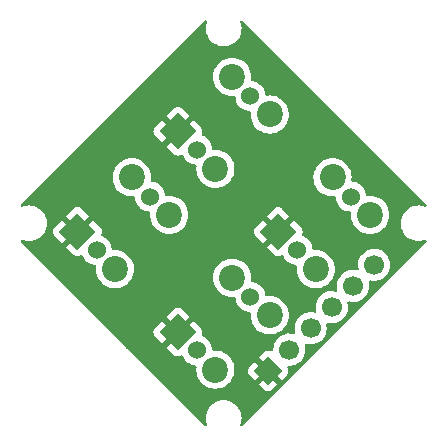
<source format=gbl>
%TF.GenerationSoftware,KiCad,Pcbnew,(6.0.9)*%
%TF.CreationDate,2023-04-13T12:37:24+10:00*%
%TF.ProjectId,Dpadright,44706164-7269-4676-9874-2e6b69636164,rev?*%
%TF.SameCoordinates,PX61094f0PY518a060*%
%TF.FileFunction,Copper,L2,Bot*%
%TF.FilePolarity,Positive*%
%FSLAX46Y46*%
G04 Gerber Fmt 4.6, Leading zero omitted, Abs format (unit mm)*
G04 Created by KiCad (PCBNEW (6.0.9)) date 2023-04-13 12:37:24*
%MOMM*%
%LPD*%
G01*
G04 APERTURE LIST*
G04 Aperture macros list*
%AMHorizOval*
0 Thick line with rounded ends*
0 $1 width*
0 $2 $3 position (X,Y) of the first rounded end (center of the circle)*
0 $4 $5 position (X,Y) of the second rounded end (center of the circle)*
0 Add line between two ends*
20,1,$1,$2,$3,$4,$5,0*
0 Add two circle primitives to create the rounded ends*
1,1,$1,$2,$3*
1,1,$1,$4,$5*%
%AMRotRect*
0 Rectangle, with rotation*
0 The origin of the aperture is its center*
0 $1 length*
0 $2 width*
0 $3 Rotation angle, in degrees counterclockwise*
0 Add horizontal line*
21,1,$1,$2,0,0,$3*%
G04 Aperture macros list end*
%TA.AperFunction,ComponentPad*%
%ADD10RotRect,2.200000X2.200000X45.000000*%
%TD*%
%TA.AperFunction,ComponentPad*%
%ADD11C,2.200000*%
%TD*%
%TA.AperFunction,ComponentPad*%
%ADD12C,1.524000*%
%TD*%
%TA.AperFunction,ComponentPad*%
%ADD13RotRect,1.700000X1.700000X135.000000*%
%TD*%
%TA.AperFunction,ComponentPad*%
%ADD14HorizOval,1.700000X0.000000X0.000000X0.000000X0.000000X0*%
%TD*%
G04 APERTURE END LIST*
D10*
%TO.P,U9,1,1*%
%TO.N,Net-(J4-Pad1)*%
X15610913Y-9207107D03*
D11*
%TO.P,U9,2,2*%
%TO.N,unconnected-(U9-Pad2)*%
X20207107Y-4610913D03*
%TO.P,U9,3,3*%
%TO.N,unconnected-(U9-Pad3)*%
X18792893Y-12389087D03*
%TO.P,U9,4,4*%
%TO.N,Net-(J4-Pad4)*%
X23389087Y-7792893D03*
D12*
%TO.P,U9,5,A*%
%TO.N,Net-(R7-Pad1)*%
X17237258Y-10762742D03*
%TO.P,U9,6,K*%
%TO.N,GND*%
X21762742Y-6237258D03*
%TD*%
D10*
%TO.P,U8,1,1*%
%TO.N,Net-(J4-Pad1)*%
X7110913Y-707107D03*
D11*
%TO.P,U8,2,2*%
%TO.N,unconnected-(U8-Pad2)*%
X11707107Y3889087D03*
%TO.P,U8,3,3*%
%TO.N,unconnected-(U8-Pad3)*%
X10292893Y-3889087D03*
%TO.P,U8,4,4*%
%TO.N,Net-(J4-Pad3)*%
X14889087Y707107D03*
D12*
%TO.P,U8,5,A*%
%TO.N,Net-(R6-Pad1)*%
X8737258Y-2262742D03*
%TO.P,U8,6,K*%
%TO.N,GND*%
X13262742Y2262742D03*
%TD*%
D10*
%TO.P,U10,1,1*%
%TO.N,Net-(J4-Pad1)*%
X24110913Y-707107D03*
D11*
%TO.P,U10,2,2*%
%TO.N,unconnected-(U10-Pad2)*%
X28707107Y3889087D03*
%TO.P,U10,3,3*%
%TO.N,unconnected-(U10-Pad3)*%
X27292893Y-3889087D03*
%TO.P,U10,4,4*%
%TO.N,Net-(J4-Pad5)*%
X31889087Y707107D03*
D12*
%TO.P,U10,5,A*%
%TO.N,Net-(R8-Pad1)*%
X25737258Y-2262742D03*
%TO.P,U10,6,K*%
%TO.N,GND*%
X30262742Y2262742D03*
%TD*%
D10*
%TO.P,U7,1,1*%
%TO.N,Net-(J4-Pad1)*%
X15610913Y7792893D03*
D11*
%TO.P,U7,2,2*%
%TO.N,unconnected-(U7-Pad2)*%
X20207107Y12389087D03*
%TO.P,U7,3,3*%
%TO.N,unconnected-(U7-Pad3)*%
X18792893Y4610913D03*
%TO.P,U7,4,4*%
%TO.N,Net-(J4-Pad2)*%
X23389087Y9207107D03*
D12*
%TO.P,U7,5,A*%
%TO.N,Net-(R5-Pad1)*%
X17237258Y6237258D03*
%TO.P,U7,6,K*%
%TO.N,GND*%
X21762742Y10762742D03*
%TD*%
D13*
%TO.P,J4,1,Pin_1*%
%TO.N,Net-(J4-Pad1)*%
X23259872Y-12490129D03*
D14*
%TO.P,J4,2,Pin_2*%
%TO.N,Net-(J4-Pad2)*%
X25055923Y-10694078D03*
%TO.P,J4,3,Pin_3*%
%TO.N,Net-(J4-Pad3)*%
X26851974Y-8898027D03*
%TO.P,J4,4,Pin_4*%
%TO.N,Net-(J4-Pad4)*%
X28648026Y-7101975D03*
%TO.P,J4,5,Pin_5*%
%TO.N,Net-(J4-Pad5)*%
X30444077Y-5305924D03*
%TO.P,J4,6,Pin_6*%
%TO.N,GND*%
X32240128Y-3509873D03*
%TD*%
%TA.AperFunction,Conductor*%
%TO.N,Net-(J4-Pad1)*%
G36*
X18010690Y17187396D02*
G01*
X18067526Y17144849D01*
X18092337Y17078329D01*
X18083067Y17021123D01*
X18060895Y16967594D01*
X18059740Y16962782D01*
X18013420Y16769845D01*
X18005465Y16736711D01*
X17987308Y16506005D01*
X17986835Y16500000D01*
X18005465Y16263289D01*
X18006619Y16258482D01*
X18006620Y16258476D01*
X18036601Y16133599D01*
X18060895Y16032406D01*
X18151760Y15813037D01*
X18154346Y15808817D01*
X18273241Y15614798D01*
X18273245Y15614792D01*
X18275824Y15610584D01*
X18430031Y15430031D01*
X18610584Y15275824D01*
X18614792Y15273245D01*
X18614798Y15273241D01*
X18808817Y15154346D01*
X18813037Y15151760D01*
X18817607Y15149867D01*
X18817611Y15149865D01*
X19027833Y15062789D01*
X19032406Y15060895D01*
X19112609Y15041640D01*
X19258476Y15006620D01*
X19258482Y15006619D01*
X19263289Y15005465D01*
X19500000Y14986835D01*
X19736711Y15005465D01*
X19741518Y15006619D01*
X19741524Y15006620D01*
X19887391Y15041640D01*
X19967594Y15060895D01*
X19972167Y15062789D01*
X20182389Y15149865D01*
X20182393Y15149867D01*
X20186963Y15151760D01*
X20191183Y15154346D01*
X20385202Y15273241D01*
X20385208Y15273245D01*
X20389416Y15275824D01*
X20569969Y15430031D01*
X20724176Y15610584D01*
X20726755Y15614792D01*
X20726759Y15614798D01*
X20845654Y15808817D01*
X20848240Y15813037D01*
X20939105Y16032406D01*
X20963399Y16133599D01*
X20993380Y16258476D01*
X20993381Y16258482D01*
X20994535Y16263289D01*
X21013165Y16500000D01*
X20994535Y16736711D01*
X20986581Y16769845D01*
X20940260Y16962782D01*
X20939105Y16967594D01*
X20916933Y17021122D01*
X20909344Y17091712D01*
X20941123Y17155199D01*
X21002181Y17191426D01*
X21073133Y17188892D01*
X21122437Y17158435D01*
X36658435Y1622437D01*
X36692461Y1560125D01*
X36687396Y1489310D01*
X36644849Y1432474D01*
X36578329Y1407663D01*
X36521122Y1416933D01*
X36472167Y1437211D01*
X36472165Y1437212D01*
X36467594Y1439105D01*
X36387391Y1458360D01*
X36241524Y1493380D01*
X36241518Y1493381D01*
X36236711Y1494535D01*
X36000000Y1513165D01*
X35763289Y1494535D01*
X35758482Y1493381D01*
X35758476Y1493380D01*
X35612609Y1458360D01*
X35532406Y1439105D01*
X35527835Y1437212D01*
X35527833Y1437211D01*
X35317611Y1350135D01*
X35317607Y1350133D01*
X35313037Y1348240D01*
X35308817Y1345654D01*
X35114798Y1226759D01*
X35114792Y1226755D01*
X35110584Y1224176D01*
X34930031Y1069969D01*
X34775824Y889416D01*
X34773245Y885208D01*
X34773241Y885202D01*
X34757695Y859833D01*
X34651760Y686963D01*
X34649867Y682393D01*
X34649865Y682389D01*
X34583067Y521122D01*
X34560895Y467594D01*
X34556645Y449891D01*
X34507452Y244986D01*
X34505465Y236711D01*
X34487308Y6005D01*
X34486835Y0D01*
X34487223Y-4930D01*
X34487223Y-4933D01*
X34490300Y-44032D01*
X34505465Y-236711D01*
X34506619Y-241518D01*
X34506620Y-241524D01*
X34536601Y-366401D01*
X34560895Y-467594D01*
X34562788Y-472165D01*
X34562789Y-472167D01*
X34639944Y-658436D01*
X34651760Y-686963D01*
X34654346Y-691183D01*
X34773241Y-885202D01*
X34773245Y-885208D01*
X34775824Y-889416D01*
X34930031Y-1069969D01*
X34933787Y-1073177D01*
X34954618Y-1090968D01*
X35110584Y-1224176D01*
X35114792Y-1226755D01*
X35114798Y-1226759D01*
X35308817Y-1345654D01*
X35313037Y-1348240D01*
X35317607Y-1350133D01*
X35317611Y-1350135D01*
X35527833Y-1437211D01*
X35532406Y-1439105D01*
X35612609Y-1458360D01*
X35758476Y-1493380D01*
X35758482Y-1493381D01*
X35763289Y-1494535D01*
X36000000Y-1513165D01*
X36236711Y-1494535D01*
X36241518Y-1493381D01*
X36241524Y-1493380D01*
X36387391Y-1458360D01*
X36467594Y-1439105D01*
X36472172Y-1437209D01*
X36521122Y-1416933D01*
X36591712Y-1409344D01*
X36655199Y-1441123D01*
X36691426Y-1502181D01*
X36688892Y-1573133D01*
X36658435Y-1622437D01*
X21122437Y-17158436D01*
X21060125Y-17192462D01*
X20989310Y-17187397D01*
X20932474Y-17144850D01*
X20907663Y-17078330D01*
X20916933Y-17021124D01*
X20937209Y-16972172D01*
X20937210Y-16972169D01*
X20939105Y-16967594D01*
X20963399Y-16866401D01*
X20993380Y-16741524D01*
X20993381Y-16741518D01*
X20994535Y-16736711D01*
X21013165Y-16500000D01*
X20994535Y-16263289D01*
X20986581Y-16230155D01*
X20940260Y-16037218D01*
X20939105Y-16032406D01*
X20848240Y-15813037D01*
X20845654Y-15808817D01*
X20726759Y-15614798D01*
X20726755Y-15614792D01*
X20724176Y-15610584D01*
X20569969Y-15430031D01*
X20389416Y-15275824D01*
X20385208Y-15273245D01*
X20385202Y-15273241D01*
X20191183Y-15154346D01*
X20186963Y-15151760D01*
X20182393Y-15149867D01*
X20182389Y-15149865D01*
X19972167Y-15062789D01*
X19972165Y-15062788D01*
X19967594Y-15060895D01*
X19887391Y-15041640D01*
X19741524Y-15006620D01*
X19741518Y-15006619D01*
X19736711Y-15005465D01*
X19500000Y-14986835D01*
X19263289Y-15005465D01*
X19258482Y-15006619D01*
X19258476Y-15006620D01*
X19112609Y-15041640D01*
X19032406Y-15060895D01*
X19027835Y-15062788D01*
X19027833Y-15062789D01*
X18817611Y-15149865D01*
X18817607Y-15149867D01*
X18813037Y-15151760D01*
X18808817Y-15154346D01*
X18614798Y-15273241D01*
X18614792Y-15273245D01*
X18610584Y-15275824D01*
X18430031Y-15430031D01*
X18275824Y-15610584D01*
X18273245Y-15614792D01*
X18273241Y-15614798D01*
X18154346Y-15808817D01*
X18151760Y-15813037D01*
X18060895Y-16032406D01*
X18059740Y-16037218D01*
X18013420Y-16230155D01*
X18005465Y-16263289D01*
X17987308Y-16493995D01*
X17986835Y-16500000D01*
X18005465Y-16736711D01*
X18006619Y-16741518D01*
X18006620Y-16741524D01*
X18036601Y-16866401D01*
X18060895Y-16967594D01*
X18062790Y-16972169D01*
X18062791Y-16972172D01*
X18083067Y-17021124D01*
X18090656Y-17091714D01*
X18058876Y-17155200D01*
X17997818Y-17191427D01*
X17926866Y-17188893D01*
X17877563Y-17158436D01*
X11243998Y-10524871D01*
X14658689Y-10524871D01*
X14658820Y-10526704D01*
X14663071Y-10533319D01*
X15283287Y-11153535D01*
X15288371Y-11158097D01*
X15328244Y-11190157D01*
X15341594Y-11198379D01*
X15458699Y-11251623D01*
X15475754Y-11256610D01*
X15602024Y-11274693D01*
X15619802Y-11274693D01*
X15746072Y-11256610D01*
X15763127Y-11251623D01*
X15880236Y-11198377D01*
X15882763Y-11196821D01*
X15885003Y-11196210D01*
X15887424Y-11195109D01*
X15887602Y-11195501D01*
X15951255Y-11178131D01*
X16018979Y-11199439D01*
X16063029Y-11250858D01*
X16130444Y-11395431D01*
X16130447Y-11395436D01*
X16132770Y-11400418D01*
X16135926Y-11404925D01*
X16135927Y-11404927D01*
X16256811Y-11577567D01*
X16260281Y-11582523D01*
X16417477Y-11739719D01*
X16421985Y-11742876D01*
X16421988Y-11742878D01*
X16497753Y-11795929D01*
X16599581Y-11867230D01*
X16604563Y-11869553D01*
X16604568Y-11869556D01*
X16720072Y-11923416D01*
X16801062Y-11961182D01*
X16806370Y-11962604D01*
X16806372Y-11962605D01*
X16872207Y-11980245D01*
X17015795Y-12018720D01*
X17053710Y-12022037D01*
X17082820Y-12024584D01*
X17148938Y-12050448D01*
X17190578Y-12107951D01*
X17197450Y-12159989D01*
X17179419Y-12389087D01*
X17199284Y-12641490D01*
X17200438Y-12646297D01*
X17200439Y-12646303D01*
X17230808Y-12772798D01*
X17258388Y-12887678D01*
X17355277Y-13121589D01*
X17487565Y-13337463D01*
X17651995Y-13529985D01*
X17844517Y-13694415D01*
X18060391Y-13826703D01*
X18064961Y-13828596D01*
X18064965Y-13828598D01*
X18289729Y-13921698D01*
X18294302Y-13923592D01*
X18378925Y-13943908D01*
X18535677Y-13981541D01*
X18535683Y-13981542D01*
X18540490Y-13982696D01*
X18792893Y-14002561D01*
X19045296Y-13982696D01*
X19050103Y-13981542D01*
X19050109Y-13981541D01*
X19206861Y-13943908D01*
X19291484Y-13923592D01*
X19296057Y-13921698D01*
X19520821Y-13828598D01*
X19520825Y-13828596D01*
X19525395Y-13826703D01*
X19741269Y-13694415D01*
X19815382Y-13631116D01*
X22484425Y-13631116D01*
X22484556Y-13632949D01*
X22488807Y-13639564D01*
X22932246Y-14083003D01*
X22937330Y-14087565D01*
X22977203Y-14119625D01*
X22990553Y-14127847D01*
X23107658Y-14181091D01*
X23124713Y-14186078D01*
X23250983Y-14204161D01*
X23268761Y-14204161D01*
X23395031Y-14186078D01*
X23412086Y-14181091D01*
X23529195Y-14127845D01*
X23542539Y-14119628D01*
X23582416Y-14087565D01*
X23587494Y-14083009D01*
X24027706Y-13642797D01*
X24035320Y-13628853D01*
X24035189Y-13627020D01*
X24030938Y-13620405D01*
X23272684Y-12862151D01*
X23258740Y-12854537D01*
X23256907Y-12854668D01*
X23250292Y-12858919D01*
X22492039Y-13617172D01*
X22484425Y-13631116D01*
X19815382Y-13631116D01*
X19933791Y-13529985D01*
X20098221Y-13337463D01*
X20230509Y-13121589D01*
X20327398Y-12887678D01*
X20354978Y-12772798D01*
X20385347Y-12646303D01*
X20385348Y-12646297D01*
X20386502Y-12641490D01*
X20397715Y-12499018D01*
X21545840Y-12499018D01*
X21563923Y-12625288D01*
X21568910Y-12642343D01*
X21622156Y-12759452D01*
X21630373Y-12772796D01*
X21662436Y-12812673D01*
X21666992Y-12817751D01*
X22107204Y-13257963D01*
X22121148Y-13265577D01*
X22122981Y-13265446D01*
X22129596Y-13261195D01*
X22887850Y-12502941D01*
X22895464Y-12488997D01*
X22895333Y-12487164D01*
X22891082Y-12480549D01*
X22132829Y-11722296D01*
X22118885Y-11714682D01*
X22117052Y-11714813D01*
X22110437Y-11719064D01*
X21666998Y-12162503D01*
X21662436Y-12167587D01*
X21630376Y-12207460D01*
X21622154Y-12220810D01*
X21568910Y-12337915D01*
X21563923Y-12354970D01*
X21545840Y-12481240D01*
X21545840Y-12499018D01*
X20397715Y-12499018D01*
X20406367Y-12389087D01*
X20386502Y-12136684D01*
X20376624Y-12095536D01*
X20328553Y-11895308D01*
X20327398Y-11890496D01*
X20325504Y-11885923D01*
X20232404Y-11661159D01*
X20232402Y-11661155D01*
X20230509Y-11656585D01*
X20098221Y-11440711D01*
X20021946Y-11351405D01*
X22484424Y-11351405D01*
X22484555Y-11353238D01*
X22488806Y-11359853D01*
X24386915Y-13257962D01*
X24400859Y-13265576D01*
X24402692Y-13265445D01*
X24409307Y-13261194D01*
X24852746Y-12817755D01*
X24857308Y-12812671D01*
X24889368Y-12772798D01*
X24897590Y-12759448D01*
X24950834Y-12642343D01*
X24955821Y-12625288D01*
X24973904Y-12499018D01*
X24973904Y-12481240D01*
X24955821Y-12354970D01*
X24950834Y-12337915D01*
X24901931Y-12230358D01*
X24891945Y-12160067D01*
X24921545Y-12095536D01*
X24981336Y-12057252D01*
X25021249Y-12052292D01*
X25028888Y-12052572D01*
X25112596Y-12055642D01*
X25112600Y-12055642D01*
X25117760Y-12055831D01*
X25122880Y-12055175D01*
X25122882Y-12055175D01*
X25334211Y-12028103D01*
X25334212Y-12028103D01*
X25339339Y-12027446D01*
X25344289Y-12025961D01*
X25548352Y-11964739D01*
X25548357Y-11964737D01*
X25553307Y-11963252D01*
X25753917Y-11864974D01*
X25935783Y-11735251D01*
X25948784Y-11722296D01*
X26085135Y-11586420D01*
X26094019Y-11577567D01*
X26224376Y-11396155D01*
X26242318Y-11359853D01*
X26321059Y-11200531D01*
X26321060Y-11200529D01*
X26323353Y-11195889D01*
X26388293Y-10982147D01*
X26417452Y-10760668D01*
X26419079Y-10694078D01*
X26400775Y-10471439D01*
X26375716Y-10371675D01*
X26378520Y-10300733D01*
X26419233Y-10242570D01*
X26484928Y-10215651D01*
X26523038Y-10217509D01*
X26690571Y-10251594D01*
X26695746Y-10251784D01*
X26695748Y-10251784D01*
X26908647Y-10259591D01*
X26908651Y-10259591D01*
X26913811Y-10259780D01*
X26918931Y-10259124D01*
X26918933Y-10259124D01*
X27130262Y-10232052D01*
X27130263Y-10232052D01*
X27135390Y-10231395D01*
X27145456Y-10228375D01*
X27344403Y-10168688D01*
X27344408Y-10168686D01*
X27349358Y-10167201D01*
X27549968Y-10068923D01*
X27731834Y-9939200D01*
X27890070Y-9781516D01*
X27969047Y-9671608D01*
X28017409Y-9604304D01*
X28020427Y-9600104D01*
X28033205Y-9574251D01*
X28117110Y-9404480D01*
X28117111Y-9404478D01*
X28119404Y-9399838D01*
X28184344Y-9186096D01*
X28213503Y-8964617D01*
X28213585Y-8961267D01*
X28215048Y-8901392D01*
X28215048Y-8901388D01*
X28215130Y-8898027D01*
X28196826Y-8675388D01*
X28189880Y-8647734D01*
X28171767Y-8575622D01*
X28174571Y-8504681D01*
X28215284Y-8446518D01*
X28280980Y-8419599D01*
X28319091Y-8421457D01*
X28486623Y-8455542D01*
X28491798Y-8455732D01*
X28491800Y-8455732D01*
X28704699Y-8463539D01*
X28704703Y-8463539D01*
X28709863Y-8463728D01*
X28714983Y-8463072D01*
X28714985Y-8463072D01*
X28926314Y-8436000D01*
X28926315Y-8436000D01*
X28931442Y-8435343D01*
X28973793Y-8422637D01*
X29140455Y-8372636D01*
X29140460Y-8372634D01*
X29145410Y-8371149D01*
X29346020Y-8272871D01*
X29527886Y-8143148D01*
X29686122Y-7985464D01*
X29816479Y-7804052D01*
X29845895Y-7744534D01*
X29913162Y-7608428D01*
X29913163Y-7608426D01*
X29915456Y-7603786D01*
X29980396Y-7390044D01*
X30009555Y-7168565D01*
X30011182Y-7101975D01*
X29992878Y-6879336D01*
X29967819Y-6779572D01*
X29970623Y-6708630D01*
X30011336Y-6650467D01*
X30077031Y-6623548D01*
X30115141Y-6625406D01*
X30282674Y-6659491D01*
X30287849Y-6659681D01*
X30287851Y-6659681D01*
X30500750Y-6667488D01*
X30500754Y-6667488D01*
X30505914Y-6667677D01*
X30511034Y-6667021D01*
X30511036Y-6667021D01*
X30722365Y-6639949D01*
X30722366Y-6639949D01*
X30727493Y-6639292D01*
X30737559Y-6636272D01*
X30936506Y-6576585D01*
X30936511Y-6576583D01*
X30941461Y-6575098D01*
X31142071Y-6476820D01*
X31323937Y-6347097D01*
X31344107Y-6326998D01*
X31414116Y-6257233D01*
X31482173Y-6189413D01*
X31489355Y-6179419D01*
X31609512Y-6012201D01*
X31612530Y-6008001D01*
X31640412Y-5951587D01*
X31709213Y-5812377D01*
X31709214Y-5812375D01*
X31711507Y-5807735D01*
X31776447Y-5593993D01*
X31805606Y-5372514D01*
X31806679Y-5328598D01*
X31807151Y-5309289D01*
X31807151Y-5309285D01*
X31807233Y-5305924D01*
X31788929Y-5083285D01*
X31763870Y-4983521D01*
X31766674Y-4912579D01*
X31807387Y-4854416D01*
X31873082Y-4827497D01*
X31911192Y-4829355D01*
X32078725Y-4863440D01*
X32083900Y-4863630D01*
X32083902Y-4863630D01*
X32296801Y-4871437D01*
X32296805Y-4871437D01*
X32301965Y-4871626D01*
X32307085Y-4870970D01*
X32307087Y-4870970D01*
X32518416Y-4843898D01*
X32518417Y-4843898D01*
X32523544Y-4843241D01*
X32542803Y-4837463D01*
X32732557Y-4780534D01*
X32732562Y-4780532D01*
X32737512Y-4779047D01*
X32938122Y-4680769D01*
X33119988Y-4551046D01*
X33278224Y-4393362D01*
X33282309Y-4387678D01*
X33405563Y-4216150D01*
X33408581Y-4211950D01*
X33436463Y-4155536D01*
X33505264Y-4016326D01*
X33505265Y-4016324D01*
X33507558Y-4011684D01*
X33572498Y-3797942D01*
X33601657Y-3576463D01*
X33602293Y-3550448D01*
X33603202Y-3513238D01*
X33603202Y-3513234D01*
X33603284Y-3509873D01*
X33584980Y-3287234D01*
X33530559Y-3070575D01*
X33441482Y-2865713D01*
X33402034Y-2804735D01*
X33322950Y-2682490D01*
X33322948Y-2682487D01*
X33320142Y-2678150D01*
X33169798Y-2512924D01*
X33165747Y-2509725D01*
X33165743Y-2509721D01*
X32998542Y-2377673D01*
X32998538Y-2377671D01*
X32994487Y-2374471D01*
X32798917Y-2266511D01*
X32794048Y-2264787D01*
X32794044Y-2264785D01*
X32593215Y-2193668D01*
X32593211Y-2193667D01*
X32588340Y-2191942D01*
X32583247Y-2191035D01*
X32583244Y-2191034D01*
X32373501Y-2153673D01*
X32373495Y-2153672D01*
X32368412Y-2152767D01*
X32294580Y-2151865D01*
X32150209Y-2150101D01*
X32150207Y-2150101D01*
X32145039Y-2150038D01*
X31924219Y-2183828D01*
X31711884Y-2253230D01*
X31681571Y-2269010D01*
X31519408Y-2353427D01*
X31513735Y-2356380D01*
X31509602Y-2359483D01*
X31509599Y-2359485D01*
X31339228Y-2487403D01*
X31335093Y-2490508D01*
X31180757Y-2652011D01*
X31177843Y-2656283D01*
X31177842Y-2656284D01*
X31148404Y-2699439D01*
X31054871Y-2836553D01*
X31039131Y-2870463D01*
X30970970Y-3017304D01*
X30960816Y-3039178D01*
X30901117Y-3254443D01*
X30877379Y-3476568D01*
X30877676Y-3481721D01*
X30877676Y-3481724D01*
X30887885Y-3658778D01*
X30890238Y-3699588D01*
X30891375Y-3704634D01*
X30891376Y-3704640D01*
X30920355Y-3833226D01*
X30915819Y-3904078D01*
X30873697Y-3961229D01*
X30807364Y-3986535D01*
X30775342Y-3984974D01*
X30577450Y-3949724D01*
X30577444Y-3949723D01*
X30572361Y-3948818D01*
X30498529Y-3947916D01*
X30354158Y-3946152D01*
X30354156Y-3946152D01*
X30348988Y-3946089D01*
X30128168Y-3979879D01*
X29915833Y-4049281D01*
X29911241Y-4051671D01*
X29911242Y-4051671D01*
X29748180Y-4136556D01*
X29717684Y-4152431D01*
X29713551Y-4155534D01*
X29713548Y-4155536D01*
X29638412Y-4211950D01*
X29539042Y-4286559D01*
X29384706Y-4448062D01*
X29258820Y-4632604D01*
X29256641Y-4637299D01*
X29167492Y-4829355D01*
X29164765Y-4835229D01*
X29105066Y-5050494D01*
X29081328Y-5272619D01*
X29081625Y-5277772D01*
X29081625Y-5277775D01*
X29089680Y-5417477D01*
X29094187Y-5495639D01*
X29095324Y-5500685D01*
X29095325Y-5500691D01*
X29124304Y-5629277D01*
X29119768Y-5700129D01*
X29077646Y-5757280D01*
X29011313Y-5782586D01*
X28979291Y-5781025D01*
X28781399Y-5745775D01*
X28781393Y-5745774D01*
X28776310Y-5744869D01*
X28702478Y-5743967D01*
X28558107Y-5742203D01*
X28558105Y-5742203D01*
X28552937Y-5742140D01*
X28332117Y-5775930D01*
X28119782Y-5845332D01*
X28115190Y-5847722D01*
X28115191Y-5847722D01*
X27989736Y-5913030D01*
X27921633Y-5948482D01*
X27917500Y-5951585D01*
X27917497Y-5951587D01*
X27747126Y-6079505D01*
X27742991Y-6082610D01*
X27739419Y-6086348D01*
X27607506Y-6224387D01*
X27588655Y-6244113D01*
X27462769Y-6428655D01*
X27460590Y-6433350D01*
X27371441Y-6625406D01*
X27368714Y-6631280D01*
X27309015Y-6846545D01*
X27285277Y-7068670D01*
X27285574Y-7073823D01*
X27285574Y-7073826D01*
X27291037Y-7168565D01*
X27298136Y-7291690D01*
X27299273Y-7296736D01*
X27299274Y-7296742D01*
X27328253Y-7425330D01*
X27323717Y-7496182D01*
X27281595Y-7553333D01*
X27215262Y-7578639D01*
X27183244Y-7577078D01*
X27049939Y-7553333D01*
X26985346Y-7541827D01*
X26985342Y-7541827D01*
X26980258Y-7540921D01*
X26906426Y-7540019D01*
X26762055Y-7538255D01*
X26762053Y-7538255D01*
X26756885Y-7538192D01*
X26536065Y-7571982D01*
X26323730Y-7641384D01*
X26125581Y-7744534D01*
X26121448Y-7747637D01*
X26121445Y-7747639D01*
X26046310Y-7804052D01*
X25946939Y-7878662D01*
X25943367Y-7882400D01*
X25844877Y-7985464D01*
X25792603Y-8040165D01*
X25666717Y-8224707D01*
X25649176Y-8262497D01*
X25576252Y-8419599D01*
X25572662Y-8427332D01*
X25512963Y-8642597D01*
X25489225Y-8864722D01*
X25489522Y-8869875D01*
X25489522Y-8869878D01*
X25494985Y-8964617D01*
X25502084Y-9087742D01*
X25503221Y-9092788D01*
X25503222Y-9092794D01*
X25532201Y-9221380D01*
X25527665Y-9292232D01*
X25485543Y-9349383D01*
X25419210Y-9374689D01*
X25387188Y-9373128D01*
X25189296Y-9337878D01*
X25189290Y-9337877D01*
X25184207Y-9336972D01*
X25110375Y-9336070D01*
X24966004Y-9334306D01*
X24966002Y-9334306D01*
X24960834Y-9334243D01*
X24740014Y-9368033D01*
X24527679Y-9437435D01*
X24523087Y-9439825D01*
X24523088Y-9439825D01*
X24340793Y-9534722D01*
X24329530Y-9540585D01*
X24325397Y-9543688D01*
X24325394Y-9543690D01*
X24155023Y-9671608D01*
X24150888Y-9674713D01*
X23996552Y-9836216D01*
X23993638Y-9840488D01*
X23993637Y-9840489D01*
X23920658Y-9947472D01*
X23870666Y-10020758D01*
X23868487Y-10025453D01*
X23779338Y-10217509D01*
X23776611Y-10223383D01*
X23716912Y-10438648D01*
X23693174Y-10660773D01*
X23693471Y-10665926D01*
X23693471Y-10665930D01*
X23696924Y-10725816D01*
X23680876Y-10794975D01*
X23629986Y-10844479D01*
X23560410Y-10858611D01*
X23518982Y-10847769D01*
X23412087Y-10799167D01*
X23395031Y-10794180D01*
X23268761Y-10776097D01*
X23250983Y-10776097D01*
X23124713Y-10794180D01*
X23107658Y-10799167D01*
X22990549Y-10852413D01*
X22977205Y-10860630D01*
X22937328Y-10892693D01*
X22932250Y-10897249D01*
X22492038Y-11337461D01*
X22484424Y-11351405D01*
X20021946Y-11351405D01*
X19933791Y-11248189D01*
X19741269Y-11083759D01*
X19525395Y-10951471D01*
X19520825Y-10949578D01*
X19520821Y-10949576D01*
X19296057Y-10856476D01*
X19296055Y-10856475D01*
X19291484Y-10854582D01*
X19206861Y-10834266D01*
X19050109Y-10796633D01*
X19050103Y-10796632D01*
X19045296Y-10795478D01*
X18792893Y-10775613D01*
X18787963Y-10776001D01*
X18640167Y-10787633D01*
X18570687Y-10773037D01*
X18520127Y-10723195D01*
X18504760Y-10673002D01*
X18493715Y-10546758D01*
X18493236Y-10541279D01*
X18435698Y-10326546D01*
X18423661Y-10300733D01*
X18344072Y-10130053D01*
X18344069Y-10130048D01*
X18341746Y-10125066D01*
X18304029Y-10071200D01*
X18217394Y-9947472D01*
X18217392Y-9947469D01*
X18214235Y-9942961D01*
X18057039Y-9785765D01*
X18052531Y-9782608D01*
X18052528Y-9782606D01*
X17903779Y-9678451D01*
X17874935Y-9658254D01*
X17869953Y-9655931D01*
X17869948Y-9655928D01*
X17694790Y-9574251D01*
X17641505Y-9527334D01*
X17622044Y-9459056D01*
X17633339Y-9407905D01*
X17655429Y-9359321D01*
X17660416Y-9342266D01*
X17678499Y-9215996D01*
X17678499Y-9198218D01*
X17660416Y-9071948D01*
X17655429Y-9054893D01*
X17602186Y-8937790D01*
X17593963Y-8924437D01*
X17561897Y-8884556D01*
X17557353Y-8879492D01*
X16940353Y-8262493D01*
X16926415Y-8254882D01*
X16924579Y-8255014D01*
X16917967Y-8259263D01*
X14666303Y-10510927D01*
X14658689Y-10524871D01*
X11243998Y-10524871D01*
X9935123Y-9215996D01*
X13543327Y-9215996D01*
X13561410Y-9342266D01*
X13566397Y-9359321D01*
X13619640Y-9476424D01*
X13627863Y-9489777D01*
X13659929Y-9529658D01*
X13664473Y-9534722D01*
X14281473Y-10151721D01*
X14295411Y-10159332D01*
X14297247Y-10159200D01*
X14303859Y-10154951D01*
X15238891Y-9219919D01*
X15246505Y-9205975D01*
X15246374Y-9204142D01*
X15242123Y-9197527D01*
X14307093Y-8262497D01*
X14293149Y-8254883D01*
X14291316Y-8255014D01*
X14284701Y-8259265D01*
X13664485Y-8879481D01*
X13659923Y-8884565D01*
X13627863Y-8924438D01*
X13619641Y-8937788D01*
X13566397Y-9054893D01*
X13561410Y-9071948D01*
X13543327Y-9198218D01*
X13543327Y-9215996D01*
X9935123Y-9215996D01*
X8610732Y-7891605D01*
X14658688Y-7891605D01*
X14658820Y-7893441D01*
X14663069Y-7900053D01*
X15598101Y-8835085D01*
X15612045Y-8842699D01*
X15613878Y-8842568D01*
X15620493Y-8838317D01*
X16555523Y-7903287D01*
X16563137Y-7889343D01*
X16563006Y-7887510D01*
X16558755Y-7880895D01*
X15938539Y-7260679D01*
X15933455Y-7256117D01*
X15893582Y-7224057D01*
X15880232Y-7215835D01*
X15763127Y-7162591D01*
X15746072Y-7157604D01*
X15619802Y-7139521D01*
X15602024Y-7139521D01*
X15475754Y-7157604D01*
X15458699Y-7162591D01*
X15341596Y-7215834D01*
X15328243Y-7224057D01*
X15288362Y-7256123D01*
X15283298Y-7260667D01*
X14666299Y-7877667D01*
X14658688Y-7891605D01*
X8610732Y-7891605D01*
X2743998Y-2024871D01*
X6158689Y-2024871D01*
X6158820Y-2026704D01*
X6163071Y-2033319D01*
X6783287Y-2653535D01*
X6788371Y-2658097D01*
X6828244Y-2690157D01*
X6841594Y-2698379D01*
X6958699Y-2751623D01*
X6975754Y-2756610D01*
X7102024Y-2774693D01*
X7119802Y-2774693D01*
X7246072Y-2756610D01*
X7263127Y-2751623D01*
X7380236Y-2698377D01*
X7382763Y-2696821D01*
X7385003Y-2696210D01*
X7387424Y-2695109D01*
X7387602Y-2695501D01*
X7451255Y-2678131D01*
X7518979Y-2699439D01*
X7563029Y-2750858D01*
X7630444Y-2895431D01*
X7630447Y-2895436D01*
X7632770Y-2900418D01*
X7635926Y-2904925D01*
X7635927Y-2904927D01*
X7755429Y-3075593D01*
X7760281Y-3082523D01*
X7917477Y-3239719D01*
X7921985Y-3242876D01*
X7921988Y-3242878D01*
X7931390Y-3249461D01*
X8099581Y-3367230D01*
X8104563Y-3369553D01*
X8104568Y-3369556D01*
X8296080Y-3458859D01*
X8301062Y-3461182D01*
X8306370Y-3462604D01*
X8306372Y-3462605D01*
X8334027Y-3470015D01*
X8515795Y-3518720D01*
X8553710Y-3522037D01*
X8582820Y-3524584D01*
X8648938Y-3550448D01*
X8690578Y-3607951D01*
X8697450Y-3659989D01*
X8679419Y-3889087D01*
X8699284Y-4141490D01*
X8700438Y-4146297D01*
X8700439Y-4146303D01*
X8702656Y-4155536D01*
X8758388Y-4387678D01*
X8760281Y-4392249D01*
X8760282Y-4392251D01*
X8850855Y-4610913D01*
X8855277Y-4621589D01*
X8987565Y-4837463D01*
X9151995Y-5029985D01*
X9344517Y-5194415D01*
X9560391Y-5326703D01*
X9564961Y-5328596D01*
X9564965Y-5328598D01*
X9779539Y-5417477D01*
X9794302Y-5423592D01*
X9878925Y-5443908D01*
X10035677Y-5481541D01*
X10035683Y-5481542D01*
X10040490Y-5482696D01*
X10292893Y-5502561D01*
X10545296Y-5482696D01*
X10550103Y-5481542D01*
X10550109Y-5481541D01*
X10706861Y-5443908D01*
X10791484Y-5423592D01*
X10806247Y-5417477D01*
X11020821Y-5328598D01*
X11020825Y-5328596D01*
X11025395Y-5326703D01*
X11241269Y-5194415D01*
X11433791Y-5029985D01*
X11598221Y-4837463D01*
X11730509Y-4621589D01*
X11734932Y-4610913D01*
X18593633Y-4610913D01*
X18613498Y-4863316D01*
X18614652Y-4868123D01*
X18614653Y-4868129D01*
X18641703Y-4980801D01*
X18672602Y-5109504D01*
X18674495Y-5114075D01*
X18674496Y-5114077D01*
X18763354Y-5328598D01*
X18769491Y-5343415D01*
X18901779Y-5559289D01*
X19066209Y-5751811D01*
X19258731Y-5916241D01*
X19474605Y-6048529D01*
X19479175Y-6050422D01*
X19479179Y-6050424D01*
X19678565Y-6133012D01*
X19708516Y-6145418D01*
X19793139Y-6165734D01*
X19949891Y-6203367D01*
X19949897Y-6203368D01*
X19954704Y-6204522D01*
X20207107Y-6224387D01*
X20212037Y-6223999D01*
X20359833Y-6212367D01*
X20429313Y-6226963D01*
X20479873Y-6276805D01*
X20495240Y-6326998D01*
X20506764Y-6458721D01*
X20508188Y-6464034D01*
X20560612Y-6659681D01*
X20564302Y-6673454D01*
X20566624Y-6678435D01*
X20566625Y-6678436D01*
X20655928Y-6869947D01*
X20655931Y-6869952D01*
X20658254Y-6874934D01*
X20785765Y-7057039D01*
X20942961Y-7214235D01*
X20947469Y-7217392D01*
X20947472Y-7217394D01*
X21009290Y-7260679D01*
X21125065Y-7341746D01*
X21130047Y-7344069D01*
X21130052Y-7344072D01*
X21321564Y-7433375D01*
X21326546Y-7435698D01*
X21331854Y-7437120D01*
X21331856Y-7437121D01*
X21397691Y-7454761D01*
X21541279Y-7493236D01*
X21662933Y-7503879D01*
X21673002Y-7504760D01*
X21739121Y-7530623D01*
X21780760Y-7588127D01*
X21787633Y-7640167D01*
X21775613Y-7792893D01*
X21795478Y-8045296D01*
X21854582Y-8291484D01*
X21856475Y-8296055D01*
X21856476Y-8296057D01*
X21925928Y-8463728D01*
X21951471Y-8525395D01*
X22083759Y-8741269D01*
X22248189Y-8933791D01*
X22440711Y-9098221D01*
X22656585Y-9230509D01*
X22661155Y-9232402D01*
X22661159Y-9232404D01*
X22838030Y-9305666D01*
X22890496Y-9327398D01*
X22975119Y-9347714D01*
X23131871Y-9385347D01*
X23131877Y-9385348D01*
X23136684Y-9386502D01*
X23389087Y-9406367D01*
X23641490Y-9386502D01*
X23646297Y-9385348D01*
X23646303Y-9385347D01*
X23803055Y-9347714D01*
X23887678Y-9327398D01*
X23940144Y-9305666D01*
X24117015Y-9232404D01*
X24117019Y-9232402D01*
X24121589Y-9230509D01*
X24337463Y-9098221D01*
X24529985Y-8933791D01*
X24694415Y-8741269D01*
X24826703Y-8525395D01*
X24852247Y-8463728D01*
X24921698Y-8296057D01*
X24921699Y-8296055D01*
X24923592Y-8291484D01*
X24982696Y-8045296D01*
X25002561Y-7792893D01*
X24982696Y-7540490D01*
X24980328Y-7530623D01*
X24924747Y-7299114D01*
X24923592Y-7294302D01*
X24921698Y-7289729D01*
X24828598Y-7064965D01*
X24828596Y-7064961D01*
X24826703Y-7060391D01*
X24694415Y-6844517D01*
X24539108Y-6662677D01*
X24533193Y-6655751D01*
X24529985Y-6651995D01*
X24337463Y-6487565D01*
X24121589Y-6355277D01*
X24117019Y-6353384D01*
X24117015Y-6353382D01*
X23892251Y-6260282D01*
X23892249Y-6260281D01*
X23887678Y-6258388D01*
X23803055Y-6238072D01*
X23646303Y-6200439D01*
X23646297Y-6200438D01*
X23641490Y-6199284D01*
X23389087Y-6179419D01*
X23159990Y-6197450D01*
X23090511Y-6182854D01*
X23039952Y-6133012D01*
X23024584Y-6082820D01*
X23022037Y-6053710D01*
X23018720Y-6015795D01*
X22961182Y-5801062D01*
X22958859Y-5796080D01*
X22869556Y-5604569D01*
X22869553Y-5604564D01*
X22867230Y-5599582D01*
X22863317Y-5593993D01*
X22742878Y-5421988D01*
X22742876Y-5421985D01*
X22739719Y-5417477D01*
X22582523Y-5260281D01*
X22578015Y-5257124D01*
X22578012Y-5257122D01*
X22483871Y-5191204D01*
X22400419Y-5132770D01*
X22395437Y-5130447D01*
X22395432Y-5130444D01*
X22203920Y-5041141D01*
X22203919Y-5041140D01*
X22198938Y-5038818D01*
X22193630Y-5037396D01*
X22193628Y-5037395D01*
X22127793Y-5019755D01*
X21984205Y-4981280D01*
X21946290Y-4977963D01*
X21917180Y-4975416D01*
X21851062Y-4949552D01*
X21809422Y-4892049D01*
X21802550Y-4840009D01*
X21802751Y-4837463D01*
X21820581Y-4610913D01*
X21800716Y-4358510D01*
X21783443Y-4286559D01*
X21749770Y-4146303D01*
X21741612Y-4112322D01*
X21701849Y-4016326D01*
X21646618Y-3882985D01*
X21646616Y-3882981D01*
X21644723Y-3878411D01*
X21512435Y-3662537D01*
X21368147Y-3493598D01*
X21351213Y-3473771D01*
X21348005Y-3470015D01*
X21155483Y-3305585D01*
X20939609Y-3173297D01*
X20935039Y-3171404D01*
X20935035Y-3171402D01*
X20710271Y-3078302D01*
X20710269Y-3078301D01*
X20705698Y-3076408D01*
X20621075Y-3056092D01*
X20464323Y-3018459D01*
X20464317Y-3018458D01*
X20459510Y-3017304D01*
X20207107Y-2997439D01*
X19954704Y-3017304D01*
X19949897Y-3018458D01*
X19949891Y-3018459D01*
X19793139Y-3056092D01*
X19708516Y-3076408D01*
X19703945Y-3078301D01*
X19703943Y-3078302D01*
X19479179Y-3171402D01*
X19479175Y-3171404D01*
X19474605Y-3173297D01*
X19258731Y-3305585D01*
X19066209Y-3470015D01*
X19063001Y-3473771D01*
X19046067Y-3493598D01*
X18901779Y-3662537D01*
X18769491Y-3878411D01*
X18767598Y-3882981D01*
X18767596Y-3882985D01*
X18712365Y-4016326D01*
X18672602Y-4112322D01*
X18664444Y-4146303D01*
X18630772Y-4286559D01*
X18613498Y-4358510D01*
X18593633Y-4610913D01*
X11734932Y-4610913D01*
X11825504Y-4392251D01*
X11825505Y-4392249D01*
X11827398Y-4387678D01*
X11883130Y-4155536D01*
X11885347Y-4146303D01*
X11885348Y-4146297D01*
X11886502Y-4141490D01*
X11906367Y-3889087D01*
X11886502Y-3636684D01*
X11872045Y-3576463D01*
X11828553Y-3395308D01*
X11827398Y-3390496D01*
X11825504Y-3385923D01*
X11732404Y-3161159D01*
X11732402Y-3161155D01*
X11730509Y-3156585D01*
X11598221Y-2940711D01*
X11433791Y-2748189D01*
X11241269Y-2583759D01*
X11025395Y-2451471D01*
X11020825Y-2449578D01*
X11020821Y-2449576D01*
X10796057Y-2356476D01*
X10796055Y-2356475D01*
X10791484Y-2354582D01*
X10706861Y-2334266D01*
X10550109Y-2296633D01*
X10550103Y-2296632D01*
X10545296Y-2295478D01*
X10292893Y-2275613D01*
X10287963Y-2276001D01*
X10140167Y-2287633D01*
X10070687Y-2273037D01*
X10020127Y-2223195D01*
X10004760Y-2173002D01*
X9993715Y-2046758D01*
X9993236Y-2041279D01*
X9988839Y-2024871D01*
X23158689Y-2024871D01*
X23158820Y-2026704D01*
X23163071Y-2033319D01*
X23783287Y-2653535D01*
X23788371Y-2658097D01*
X23828244Y-2690157D01*
X23841594Y-2698379D01*
X23958699Y-2751623D01*
X23975754Y-2756610D01*
X24102024Y-2774693D01*
X24119802Y-2774693D01*
X24246072Y-2756610D01*
X24263127Y-2751623D01*
X24380236Y-2698377D01*
X24382763Y-2696821D01*
X24385003Y-2696210D01*
X24387424Y-2695109D01*
X24387602Y-2695501D01*
X24451255Y-2678131D01*
X24518979Y-2699439D01*
X24563029Y-2750858D01*
X24630444Y-2895431D01*
X24630447Y-2895436D01*
X24632770Y-2900418D01*
X24635926Y-2904925D01*
X24635927Y-2904927D01*
X24755429Y-3075593D01*
X24760281Y-3082523D01*
X24917477Y-3239719D01*
X24921985Y-3242876D01*
X24921988Y-3242878D01*
X24931390Y-3249461D01*
X25099581Y-3367230D01*
X25104563Y-3369553D01*
X25104568Y-3369556D01*
X25296080Y-3458859D01*
X25301062Y-3461182D01*
X25306370Y-3462604D01*
X25306372Y-3462605D01*
X25334027Y-3470015D01*
X25515795Y-3518720D01*
X25553710Y-3522037D01*
X25582820Y-3524584D01*
X25648938Y-3550448D01*
X25690578Y-3607951D01*
X25697450Y-3659989D01*
X25679419Y-3889087D01*
X25699284Y-4141490D01*
X25700438Y-4146297D01*
X25700439Y-4146303D01*
X25702656Y-4155536D01*
X25758388Y-4387678D01*
X25760281Y-4392249D01*
X25760282Y-4392251D01*
X25850855Y-4610913D01*
X25855277Y-4621589D01*
X25987565Y-4837463D01*
X26151995Y-5029985D01*
X26344517Y-5194415D01*
X26560391Y-5326703D01*
X26564961Y-5328596D01*
X26564965Y-5328598D01*
X26779539Y-5417477D01*
X26794302Y-5423592D01*
X26878925Y-5443908D01*
X27035677Y-5481541D01*
X27035683Y-5481542D01*
X27040490Y-5482696D01*
X27292893Y-5502561D01*
X27545296Y-5482696D01*
X27550103Y-5481542D01*
X27550109Y-5481541D01*
X27706861Y-5443908D01*
X27791484Y-5423592D01*
X27806247Y-5417477D01*
X28020821Y-5328598D01*
X28020825Y-5328596D01*
X28025395Y-5326703D01*
X28241269Y-5194415D01*
X28433791Y-5029985D01*
X28598221Y-4837463D01*
X28730509Y-4621589D01*
X28734932Y-4610913D01*
X28825504Y-4392251D01*
X28825505Y-4392249D01*
X28827398Y-4387678D01*
X28883130Y-4155536D01*
X28885347Y-4146303D01*
X28885348Y-4146297D01*
X28886502Y-4141490D01*
X28906367Y-3889087D01*
X28886502Y-3636684D01*
X28872045Y-3576463D01*
X28828553Y-3395308D01*
X28827398Y-3390496D01*
X28825504Y-3385923D01*
X28732404Y-3161159D01*
X28732402Y-3161155D01*
X28730509Y-3156585D01*
X28598221Y-2940711D01*
X28433791Y-2748189D01*
X28241269Y-2583759D01*
X28025395Y-2451471D01*
X28020825Y-2449578D01*
X28020821Y-2449576D01*
X27796057Y-2356476D01*
X27796055Y-2356475D01*
X27791484Y-2354582D01*
X27706861Y-2334266D01*
X27550109Y-2296633D01*
X27550103Y-2296632D01*
X27545296Y-2295478D01*
X27292893Y-2275613D01*
X27287963Y-2276001D01*
X27140167Y-2287633D01*
X27070687Y-2273037D01*
X27020127Y-2223195D01*
X27004760Y-2173002D01*
X26993715Y-2046758D01*
X26993236Y-2041279D01*
X26935698Y-1826546D01*
X26855682Y-1654951D01*
X26844072Y-1630053D01*
X26844069Y-1630048D01*
X26841746Y-1625066D01*
X26796274Y-1560125D01*
X26717394Y-1447472D01*
X26717392Y-1447469D01*
X26714235Y-1442961D01*
X26557039Y-1285765D01*
X26552531Y-1282608D01*
X26552528Y-1282606D01*
X26464495Y-1220965D01*
X26374935Y-1158254D01*
X26369953Y-1155931D01*
X26369948Y-1155928D01*
X26194790Y-1074251D01*
X26141505Y-1027334D01*
X26122044Y-959056D01*
X26133339Y-907905D01*
X26155429Y-859321D01*
X26160416Y-842266D01*
X26178499Y-715996D01*
X26178499Y-698218D01*
X26160416Y-571948D01*
X26155429Y-554893D01*
X26102186Y-437790D01*
X26093963Y-424437D01*
X26061897Y-384556D01*
X26057353Y-379492D01*
X25440353Y237507D01*
X25426415Y245118D01*
X25424579Y244986D01*
X25417967Y240737D01*
X23166303Y-2010927D01*
X23158689Y-2024871D01*
X9988839Y-2024871D01*
X9935698Y-1826546D01*
X9855682Y-1654951D01*
X9844072Y-1630053D01*
X9844069Y-1630048D01*
X9841746Y-1625066D01*
X9796274Y-1560125D01*
X9717394Y-1447472D01*
X9717392Y-1447469D01*
X9714235Y-1442961D01*
X9557039Y-1285765D01*
X9552531Y-1282608D01*
X9552528Y-1282606D01*
X9464495Y-1220965D01*
X9374935Y-1158254D01*
X9369953Y-1155931D01*
X9369948Y-1155928D01*
X9194790Y-1074251D01*
X9141505Y-1027334D01*
X9122044Y-959056D01*
X9133339Y-907905D01*
X9155429Y-859321D01*
X9160416Y-842266D01*
X9178499Y-715996D01*
X9178499Y-698218D01*
X9160416Y-571948D01*
X9155429Y-554893D01*
X9102186Y-437790D01*
X9093963Y-424437D01*
X9061897Y-384556D01*
X9057353Y-379492D01*
X8440353Y237507D01*
X8426415Y245118D01*
X8424579Y244986D01*
X8417967Y240737D01*
X6166303Y-2010927D01*
X6158689Y-2024871D01*
X2743998Y-2024871D01*
X2341564Y-1622437D01*
X2307538Y-1560125D01*
X2312603Y-1489310D01*
X2355150Y-1432474D01*
X2421670Y-1407663D01*
X2478876Y-1416933D01*
X2527828Y-1437209D01*
X2527831Y-1437210D01*
X2532406Y-1439105D01*
X2612609Y-1458360D01*
X2758476Y-1493380D01*
X2758482Y-1493381D01*
X2763289Y-1494535D01*
X3000000Y-1513165D01*
X3236711Y-1494535D01*
X3241518Y-1493381D01*
X3241524Y-1493380D01*
X3387391Y-1458360D01*
X3467594Y-1439105D01*
X3472167Y-1437211D01*
X3682389Y-1350135D01*
X3682393Y-1350133D01*
X3686963Y-1348240D01*
X3691183Y-1345654D01*
X3885202Y-1226759D01*
X3885208Y-1226755D01*
X3889416Y-1224176D01*
X4045382Y-1090968D01*
X4066213Y-1073177D01*
X4069969Y-1069969D01*
X4224176Y-889416D01*
X4226755Y-885208D01*
X4226759Y-885202D01*
X4330449Y-715996D01*
X5043327Y-715996D01*
X5061410Y-842266D01*
X5066397Y-859321D01*
X5119640Y-976424D01*
X5127863Y-989777D01*
X5159929Y-1029658D01*
X5164473Y-1034722D01*
X5781473Y-1651721D01*
X5795411Y-1659332D01*
X5797247Y-1659200D01*
X5803859Y-1654951D01*
X6738891Y-719919D01*
X6746505Y-705975D01*
X6746374Y-704142D01*
X6742123Y-697527D01*
X5807093Y237503D01*
X5793149Y245117D01*
X5791316Y244986D01*
X5784701Y240735D01*
X5164485Y-379481D01*
X5159923Y-384565D01*
X5127863Y-424438D01*
X5119641Y-437788D01*
X5066397Y-554893D01*
X5061410Y-571948D01*
X5043327Y-698218D01*
X5043327Y-715996D01*
X4330449Y-715996D01*
X4345654Y-691183D01*
X4348240Y-686963D01*
X4360057Y-658436D01*
X4437211Y-472167D01*
X4437212Y-472165D01*
X4439105Y-467594D01*
X4463399Y-366401D01*
X4493380Y-241524D01*
X4493381Y-241518D01*
X4494535Y-236711D01*
X4513165Y0D01*
X4494535Y236711D01*
X4492549Y244986D01*
X4443355Y449891D01*
X4439105Y467594D01*
X4416933Y521122D01*
X4380784Y608395D01*
X6158688Y608395D01*
X6158820Y606559D01*
X6163069Y599947D01*
X7098101Y-335085D01*
X7112045Y-342699D01*
X7113878Y-342568D01*
X7120493Y-338317D01*
X8055523Y596713D01*
X8063137Y610657D01*
X8063006Y612490D01*
X8058755Y619105D01*
X7438539Y1239321D01*
X7433455Y1243883D01*
X7393582Y1275943D01*
X7380232Y1284165D01*
X7263127Y1337409D01*
X7246072Y1342396D01*
X7119802Y1360479D01*
X7102024Y1360479D01*
X6975754Y1342396D01*
X6958699Y1337409D01*
X6841596Y1284166D01*
X6828243Y1275943D01*
X6788362Y1243877D01*
X6783298Y1239333D01*
X6166299Y622333D01*
X6158688Y608395D01*
X4380784Y608395D01*
X4350135Y682389D01*
X4350133Y682393D01*
X4348240Y686963D01*
X4242305Y859833D01*
X4226759Y885202D01*
X4226755Y885208D01*
X4224176Y889416D01*
X4069969Y1069969D01*
X3889416Y1224176D01*
X3885208Y1226755D01*
X3885202Y1226759D01*
X3691183Y1345654D01*
X3686963Y1348240D01*
X3682393Y1350133D01*
X3682389Y1350135D01*
X3472167Y1437211D01*
X3472165Y1437212D01*
X3467594Y1439105D01*
X3387391Y1458360D01*
X3241524Y1493380D01*
X3241518Y1493381D01*
X3236711Y1494535D01*
X3000000Y1513165D01*
X2763289Y1494535D01*
X2758482Y1493381D01*
X2758476Y1493380D01*
X2612609Y1458360D01*
X2532406Y1439105D01*
X2527831Y1437210D01*
X2527828Y1437209D01*
X2478876Y1416933D01*
X2408286Y1409344D01*
X2344800Y1441124D01*
X2308573Y1502182D01*
X2311107Y1573134D01*
X2341564Y1622437D01*
X4608214Y3889087D01*
X10093633Y3889087D01*
X10113498Y3636684D01*
X10114652Y3631877D01*
X10114653Y3631871D01*
X10141703Y3519199D01*
X10172602Y3390496D01*
X10174495Y3385925D01*
X10174496Y3385923D01*
X10263354Y3171402D01*
X10269491Y3156585D01*
X10401779Y2940711D01*
X10566209Y2748189D01*
X10758731Y2583759D01*
X10974605Y2451471D01*
X10979175Y2449578D01*
X10979179Y2449576D01*
X11178565Y2366988D01*
X11208516Y2354582D01*
X11293139Y2334266D01*
X11449891Y2296633D01*
X11449897Y2296632D01*
X11454704Y2295478D01*
X11707107Y2275613D01*
X11712037Y2276001D01*
X11859833Y2287633D01*
X11929313Y2273037D01*
X11979873Y2223195D01*
X11995240Y2173002D01*
X12006764Y2041279D01*
X12064302Y1826546D01*
X12066624Y1821565D01*
X12066625Y1821564D01*
X12155928Y1630053D01*
X12155931Y1630048D01*
X12158254Y1625066D01*
X12161410Y1620559D01*
X12161411Y1620557D01*
X12249653Y1494535D01*
X12285765Y1442961D01*
X12442961Y1285765D01*
X12447469Y1282608D01*
X12447472Y1282606D01*
X12509290Y1239321D01*
X12625065Y1158254D01*
X12630047Y1155931D01*
X12630052Y1155928D01*
X12807513Y1073177D01*
X12826546Y1064302D01*
X12831854Y1062880D01*
X12831856Y1062879D01*
X12897691Y1045239D01*
X13041279Y1006764D01*
X13162933Y996121D01*
X13173002Y995240D01*
X13239121Y969377D01*
X13280760Y911873D01*
X13287633Y859833D01*
X13275613Y707107D01*
X13295478Y454704D01*
X13296632Y449897D01*
X13296633Y449891D01*
X13306402Y409200D01*
X13354582Y208516D01*
X13356475Y203945D01*
X13356476Y203943D01*
X13438465Y6005D01*
X13451471Y-25395D01*
X13583759Y-241269D01*
X13748189Y-433791D01*
X13940711Y-598221D01*
X14156585Y-730509D01*
X14161155Y-732402D01*
X14161159Y-732404D01*
X14385923Y-825504D01*
X14390496Y-827398D01*
X14475119Y-847714D01*
X14631871Y-885347D01*
X14631877Y-885348D01*
X14636684Y-886502D01*
X14889087Y-906367D01*
X15141490Y-886502D01*
X15146297Y-885348D01*
X15146303Y-885347D01*
X15303055Y-847714D01*
X15387678Y-827398D01*
X15392251Y-825504D01*
X15617015Y-732404D01*
X15617019Y-732402D01*
X15621589Y-730509D01*
X15645272Y-715996D01*
X22043327Y-715996D01*
X22061410Y-842266D01*
X22066397Y-859321D01*
X22119640Y-976424D01*
X22127863Y-989777D01*
X22159929Y-1029658D01*
X22164473Y-1034722D01*
X22781473Y-1651721D01*
X22795411Y-1659332D01*
X22797247Y-1659200D01*
X22803859Y-1654951D01*
X23738891Y-719919D01*
X23746505Y-705975D01*
X23746374Y-704142D01*
X23742123Y-697527D01*
X22807093Y237503D01*
X22793149Y245117D01*
X22791316Y244986D01*
X22784701Y240735D01*
X22164485Y-379481D01*
X22159923Y-384565D01*
X22127863Y-424438D01*
X22119641Y-437788D01*
X22066397Y-554893D01*
X22061410Y-571948D01*
X22043327Y-698218D01*
X22043327Y-715996D01*
X15645272Y-715996D01*
X15837463Y-598221D01*
X16029985Y-433791D01*
X16194415Y-241269D01*
X16326703Y-25395D01*
X16339710Y6005D01*
X16421698Y203943D01*
X16421699Y203945D01*
X16423592Y208516D01*
X16471772Y409200D01*
X16481541Y449891D01*
X16481542Y449897D01*
X16482696Y454704D01*
X16494792Y608395D01*
X23158688Y608395D01*
X23158820Y606559D01*
X23163069Y599947D01*
X24098101Y-335085D01*
X24112045Y-342699D01*
X24113878Y-342568D01*
X24120493Y-338317D01*
X25055523Y596713D01*
X25063137Y610657D01*
X25063006Y612490D01*
X25058755Y619105D01*
X24438539Y1239321D01*
X24433455Y1243883D01*
X24393582Y1275943D01*
X24380232Y1284165D01*
X24263127Y1337409D01*
X24246072Y1342396D01*
X24119802Y1360479D01*
X24102024Y1360479D01*
X23975754Y1342396D01*
X23958699Y1337409D01*
X23841596Y1284166D01*
X23828243Y1275943D01*
X23788362Y1243877D01*
X23783298Y1239333D01*
X23166299Y622333D01*
X23158688Y608395D01*
X16494792Y608395D01*
X16502561Y707107D01*
X16482696Y959510D01*
X16480328Y969377D01*
X16424747Y1200886D01*
X16423592Y1205698D01*
X16366970Y1342396D01*
X16328598Y1435035D01*
X16328596Y1435039D01*
X16326703Y1439609D01*
X16194415Y1655483D01*
X16029985Y1848005D01*
X15837463Y2012435D01*
X15621589Y2144723D01*
X15617019Y2146616D01*
X15617015Y2146618D01*
X15392251Y2239718D01*
X15392249Y2239719D01*
X15387678Y2241612D01*
X15303055Y2261928D01*
X15146303Y2299561D01*
X15146297Y2299562D01*
X15141490Y2300716D01*
X14889087Y2320581D01*
X14659990Y2302550D01*
X14590511Y2317146D01*
X14539952Y2366988D01*
X14524584Y2417180D01*
X14522037Y2446290D01*
X14518720Y2484205D01*
X14461182Y2698938D01*
X14438216Y2748189D01*
X14369556Y2895431D01*
X14369553Y2895436D01*
X14367230Y2900418D01*
X14336066Y2944925D01*
X14242878Y3078012D01*
X14242876Y3078015D01*
X14239719Y3082523D01*
X14082523Y3239719D01*
X14078015Y3242876D01*
X14078012Y3242878D01*
X13983871Y3308796D01*
X13900419Y3367230D01*
X13895437Y3369553D01*
X13895432Y3369556D01*
X13703920Y3458859D01*
X13703919Y3458860D01*
X13698938Y3461182D01*
X13693630Y3462604D01*
X13693628Y3462605D01*
X13627793Y3480245D01*
X13484205Y3518720D01*
X13446290Y3522037D01*
X13417180Y3524584D01*
X13351062Y3550448D01*
X13309422Y3607951D01*
X13302550Y3659991D01*
X13302751Y3662537D01*
X13320581Y3889087D01*
X13300716Y4141490D01*
X13241612Y4387678D01*
X13239718Y4392251D01*
X13146618Y4617015D01*
X13146616Y4617019D01*
X13144723Y4621589D01*
X13012435Y4837463D01*
X12848005Y5029985D01*
X12655483Y5194415D01*
X12439609Y5326703D01*
X12435039Y5328596D01*
X12435035Y5328598D01*
X12210271Y5421698D01*
X12210269Y5421699D01*
X12205698Y5423592D01*
X12121075Y5443908D01*
X11964323Y5481541D01*
X11964317Y5481542D01*
X11959510Y5482696D01*
X11707107Y5502561D01*
X11454704Y5482696D01*
X11449897Y5481542D01*
X11449891Y5481541D01*
X11293139Y5443908D01*
X11208516Y5423592D01*
X11203945Y5421699D01*
X11203943Y5421698D01*
X10979179Y5328598D01*
X10979175Y5328596D01*
X10974605Y5326703D01*
X10758731Y5194415D01*
X10566209Y5029985D01*
X10401779Y4837463D01*
X10269491Y4621589D01*
X10267598Y4617019D01*
X10267596Y4617015D01*
X10174496Y4392251D01*
X10172602Y4387678D01*
X10113498Y4141490D01*
X10093633Y3889087D01*
X4608214Y3889087D01*
X7194256Y6475129D01*
X14658689Y6475129D01*
X14658820Y6473296D01*
X14663071Y6466681D01*
X15283287Y5846465D01*
X15288371Y5841903D01*
X15328244Y5809843D01*
X15341594Y5801621D01*
X15458699Y5748377D01*
X15475754Y5743390D01*
X15602024Y5725307D01*
X15619802Y5725307D01*
X15746072Y5743390D01*
X15763127Y5748377D01*
X15880236Y5801623D01*
X15882763Y5803179D01*
X15885003Y5803790D01*
X15887424Y5804891D01*
X15887602Y5804499D01*
X15951255Y5821869D01*
X16018979Y5800561D01*
X16063029Y5749142D01*
X16130444Y5604569D01*
X16130447Y5604564D01*
X16132770Y5599582D01*
X16135926Y5595075D01*
X16135927Y5595073D01*
X16255191Y5424747D01*
X16260281Y5417477D01*
X16417477Y5260281D01*
X16421985Y5257124D01*
X16421988Y5257122D01*
X16497753Y5204071D01*
X16599581Y5132770D01*
X16604563Y5130447D01*
X16604568Y5130444D01*
X16796080Y5041141D01*
X16801062Y5038818D01*
X16806370Y5037396D01*
X16806372Y5037395D01*
X16834027Y5029985D01*
X17015795Y4981280D01*
X17053710Y4977963D01*
X17082820Y4975416D01*
X17148938Y4949552D01*
X17190578Y4892049D01*
X17197450Y4840011D01*
X17179419Y4610913D01*
X17199284Y4358510D01*
X17258388Y4112322D01*
X17260281Y4107751D01*
X17260282Y4107749D01*
X17350855Y3889087D01*
X17355277Y3878411D01*
X17487565Y3662537D01*
X17651995Y3470015D01*
X17844517Y3305585D01*
X18060391Y3173297D01*
X18064961Y3171404D01*
X18064965Y3171402D01*
X18279539Y3082523D01*
X18294302Y3076408D01*
X18378925Y3056092D01*
X18535677Y3018459D01*
X18535683Y3018458D01*
X18540490Y3017304D01*
X18792893Y2997439D01*
X19045296Y3017304D01*
X19050103Y3018458D01*
X19050109Y3018459D01*
X19206861Y3056092D01*
X19291484Y3076408D01*
X19306247Y3082523D01*
X19520821Y3171402D01*
X19520825Y3171404D01*
X19525395Y3173297D01*
X19741269Y3305585D01*
X19933791Y3470015D01*
X20098221Y3662537D01*
X20230509Y3878411D01*
X20234932Y3889087D01*
X27093633Y3889087D01*
X27113498Y3636684D01*
X27114652Y3631877D01*
X27114653Y3631871D01*
X27141703Y3519199D01*
X27172602Y3390496D01*
X27174495Y3385925D01*
X27174496Y3385923D01*
X27263354Y3171402D01*
X27269491Y3156585D01*
X27401779Y2940711D01*
X27566209Y2748189D01*
X27758731Y2583759D01*
X27974605Y2451471D01*
X27979175Y2449578D01*
X27979179Y2449576D01*
X28178565Y2366988D01*
X28208516Y2354582D01*
X28293139Y2334266D01*
X28449891Y2296633D01*
X28449897Y2296632D01*
X28454704Y2295478D01*
X28707107Y2275613D01*
X28712037Y2276001D01*
X28859833Y2287633D01*
X28929313Y2273037D01*
X28979873Y2223195D01*
X28995240Y2173002D01*
X29006764Y2041279D01*
X29064302Y1826546D01*
X29066624Y1821565D01*
X29066625Y1821564D01*
X29155928Y1630053D01*
X29155931Y1630048D01*
X29158254Y1625066D01*
X29161410Y1620559D01*
X29161411Y1620557D01*
X29249653Y1494535D01*
X29285765Y1442961D01*
X29442961Y1285765D01*
X29447469Y1282608D01*
X29447472Y1282606D01*
X29509290Y1239321D01*
X29625065Y1158254D01*
X29630047Y1155931D01*
X29630052Y1155928D01*
X29807513Y1073177D01*
X29826546Y1064302D01*
X29831854Y1062880D01*
X29831856Y1062879D01*
X29897691Y1045239D01*
X30041279Y1006764D01*
X30162933Y996121D01*
X30173002Y995240D01*
X30239121Y969377D01*
X30280760Y911873D01*
X30287633Y859833D01*
X30275613Y707107D01*
X30295478Y454704D01*
X30296632Y449897D01*
X30296633Y449891D01*
X30306402Y409200D01*
X30354582Y208516D01*
X30356475Y203945D01*
X30356476Y203943D01*
X30438465Y6005D01*
X30451471Y-25395D01*
X30583759Y-241269D01*
X30748189Y-433791D01*
X30940711Y-598221D01*
X31156585Y-730509D01*
X31161155Y-732402D01*
X31161159Y-732404D01*
X31385923Y-825504D01*
X31390496Y-827398D01*
X31475119Y-847714D01*
X31631871Y-885347D01*
X31631877Y-885348D01*
X31636684Y-886502D01*
X31889087Y-906367D01*
X32141490Y-886502D01*
X32146297Y-885348D01*
X32146303Y-885347D01*
X32303055Y-847714D01*
X32387678Y-827398D01*
X32392251Y-825504D01*
X32617015Y-732404D01*
X32617019Y-732402D01*
X32621589Y-730509D01*
X32837463Y-598221D01*
X33029985Y-433791D01*
X33194415Y-241269D01*
X33326703Y-25395D01*
X33339710Y6005D01*
X33421698Y203943D01*
X33421699Y203945D01*
X33423592Y208516D01*
X33471772Y409200D01*
X33481541Y449891D01*
X33481542Y449897D01*
X33482696Y454704D01*
X33502561Y707107D01*
X33482696Y959510D01*
X33480328Y969377D01*
X33424747Y1200886D01*
X33423592Y1205698D01*
X33366970Y1342396D01*
X33328598Y1435035D01*
X33328596Y1435039D01*
X33326703Y1439609D01*
X33194415Y1655483D01*
X33029985Y1848005D01*
X32837463Y2012435D01*
X32621589Y2144723D01*
X32617019Y2146616D01*
X32617015Y2146618D01*
X32392251Y2239718D01*
X32392249Y2239719D01*
X32387678Y2241612D01*
X32303055Y2261928D01*
X32146303Y2299561D01*
X32146297Y2299562D01*
X32141490Y2300716D01*
X31889087Y2320581D01*
X31659990Y2302550D01*
X31590511Y2317146D01*
X31539952Y2366988D01*
X31524584Y2417180D01*
X31522037Y2446290D01*
X31518720Y2484205D01*
X31461182Y2698938D01*
X31438216Y2748189D01*
X31369556Y2895431D01*
X31369553Y2895436D01*
X31367230Y2900418D01*
X31336066Y2944925D01*
X31242878Y3078012D01*
X31242876Y3078015D01*
X31239719Y3082523D01*
X31082523Y3239719D01*
X31078015Y3242876D01*
X31078012Y3242878D01*
X30983871Y3308796D01*
X30900419Y3367230D01*
X30895437Y3369553D01*
X30895432Y3369556D01*
X30703920Y3458859D01*
X30703919Y3458860D01*
X30698938Y3461182D01*
X30693630Y3462604D01*
X30693628Y3462605D01*
X30627793Y3480245D01*
X30484205Y3518720D01*
X30446290Y3522037D01*
X30417180Y3524584D01*
X30351062Y3550448D01*
X30309422Y3607951D01*
X30302550Y3659991D01*
X30302751Y3662537D01*
X30320581Y3889087D01*
X30300716Y4141490D01*
X30241612Y4387678D01*
X30239718Y4392251D01*
X30146618Y4617015D01*
X30146616Y4617019D01*
X30144723Y4621589D01*
X30012435Y4837463D01*
X29848005Y5029985D01*
X29655483Y5194415D01*
X29439609Y5326703D01*
X29435039Y5328596D01*
X29435035Y5328598D01*
X29210271Y5421698D01*
X29210269Y5421699D01*
X29205698Y5423592D01*
X29121075Y5443908D01*
X28964323Y5481541D01*
X28964317Y5481542D01*
X28959510Y5482696D01*
X28707107Y5502561D01*
X28454704Y5482696D01*
X28449897Y5481542D01*
X28449891Y5481541D01*
X28293139Y5443908D01*
X28208516Y5423592D01*
X28203945Y5421699D01*
X28203943Y5421698D01*
X27979179Y5328598D01*
X27979175Y5328596D01*
X27974605Y5326703D01*
X27758731Y5194415D01*
X27566209Y5029985D01*
X27401779Y4837463D01*
X27269491Y4621589D01*
X27267598Y4617019D01*
X27267596Y4617015D01*
X27174496Y4392251D01*
X27172602Y4387678D01*
X27113498Y4141490D01*
X27093633Y3889087D01*
X20234932Y3889087D01*
X20325504Y4107749D01*
X20325505Y4107751D01*
X20327398Y4112322D01*
X20386502Y4358510D01*
X20406367Y4610913D01*
X20386502Y4863316D01*
X20359590Y4975416D01*
X20328553Y5104692D01*
X20327398Y5109504D01*
X20325504Y5114077D01*
X20232404Y5338841D01*
X20232402Y5338845D01*
X20230509Y5343415D01*
X20098221Y5559289D01*
X19933791Y5751811D01*
X19741269Y5916241D01*
X19525395Y6048529D01*
X19520825Y6050422D01*
X19520821Y6050424D01*
X19296057Y6143524D01*
X19296055Y6143525D01*
X19291484Y6145418D01*
X19206861Y6165734D01*
X19050109Y6203367D01*
X19050103Y6203368D01*
X19045296Y6204522D01*
X18792893Y6224387D01*
X18787963Y6223999D01*
X18640167Y6212367D01*
X18570687Y6226963D01*
X18520127Y6276805D01*
X18504760Y6326998D01*
X18493715Y6453242D01*
X18493236Y6458721D01*
X18435698Y6673454D01*
X18355682Y6845049D01*
X18344072Y6869947D01*
X18344069Y6869952D01*
X18341746Y6874934D01*
X18214235Y7057039D01*
X18057039Y7214235D01*
X18052531Y7217392D01*
X18052528Y7217394D01*
X17976763Y7270445D01*
X17874935Y7341746D01*
X17869953Y7344069D01*
X17869948Y7344072D01*
X17694790Y7425749D01*
X17641505Y7472666D01*
X17622044Y7540944D01*
X17633339Y7592095D01*
X17655429Y7640679D01*
X17660416Y7657734D01*
X17678499Y7784004D01*
X17678499Y7801782D01*
X17660416Y7928052D01*
X17655429Y7945107D01*
X17602186Y8062210D01*
X17593963Y8075563D01*
X17561897Y8115444D01*
X17557353Y8120508D01*
X16940353Y8737507D01*
X16926415Y8745118D01*
X16924579Y8744986D01*
X16917967Y8740737D01*
X14666303Y6489073D01*
X14658689Y6475129D01*
X7194256Y6475129D01*
X8503131Y7784004D01*
X13543327Y7784004D01*
X13561410Y7657734D01*
X13566397Y7640679D01*
X13619640Y7523576D01*
X13627863Y7510223D01*
X13659929Y7470342D01*
X13664473Y7465278D01*
X14281473Y6848279D01*
X14295411Y6840668D01*
X14297247Y6840800D01*
X14303859Y6845049D01*
X15238891Y7780081D01*
X15246505Y7794025D01*
X15246374Y7795858D01*
X15242123Y7802473D01*
X14307093Y8737503D01*
X14293149Y8745117D01*
X14291316Y8744986D01*
X14284701Y8740735D01*
X13664485Y8120519D01*
X13659923Y8115435D01*
X13627863Y8075562D01*
X13619641Y8062212D01*
X13566397Y7945107D01*
X13561410Y7928052D01*
X13543327Y7801782D01*
X13543327Y7784004D01*
X8503131Y7784004D01*
X9827522Y9108395D01*
X14658688Y9108395D01*
X14658820Y9106559D01*
X14663069Y9099947D01*
X15598101Y8164915D01*
X15612045Y8157301D01*
X15613878Y8157432D01*
X15620493Y8161683D01*
X16555523Y9096713D01*
X16563137Y9110657D01*
X16563006Y9112490D01*
X16558755Y9119105D01*
X15938539Y9739321D01*
X15933455Y9743883D01*
X15893582Y9775943D01*
X15880232Y9784165D01*
X15763127Y9837409D01*
X15746072Y9842396D01*
X15619802Y9860479D01*
X15602024Y9860479D01*
X15475754Y9842396D01*
X15458699Y9837409D01*
X15341596Y9784166D01*
X15328243Y9775943D01*
X15288362Y9743877D01*
X15283298Y9739333D01*
X14666299Y9122333D01*
X14658688Y9108395D01*
X9827522Y9108395D01*
X13108214Y12389087D01*
X18593633Y12389087D01*
X18613498Y12136684D01*
X18614652Y12131877D01*
X18614653Y12131871D01*
X18641703Y12019199D01*
X18672602Y11890496D01*
X18674495Y11885925D01*
X18674496Y11885923D01*
X18735056Y11739719D01*
X18769491Y11656585D01*
X18901779Y11440711D01*
X19066209Y11248189D01*
X19258731Y11083759D01*
X19474605Y10951471D01*
X19479175Y10949578D01*
X19479179Y10949576D01*
X19678565Y10866988D01*
X19708516Y10854582D01*
X19793139Y10834266D01*
X19949891Y10796633D01*
X19949897Y10796632D01*
X19954704Y10795478D01*
X20207107Y10775613D01*
X20212037Y10776001D01*
X20359833Y10787633D01*
X20429313Y10773037D01*
X20479873Y10723195D01*
X20495240Y10673002D01*
X20506764Y10541279D01*
X20564302Y10326546D01*
X20566624Y10321565D01*
X20566625Y10321564D01*
X20655928Y10130053D01*
X20655931Y10130048D01*
X20658254Y10125066D01*
X20785765Y9942961D01*
X20942961Y9785765D01*
X20947469Y9782608D01*
X20947472Y9782606D01*
X21009290Y9739321D01*
X21125065Y9658254D01*
X21130047Y9655931D01*
X21130052Y9655928D01*
X21321564Y9566625D01*
X21326546Y9564302D01*
X21331854Y9562880D01*
X21331856Y9562879D01*
X21397691Y9545239D01*
X21541279Y9506764D01*
X21662933Y9496121D01*
X21673002Y9495240D01*
X21739121Y9469377D01*
X21780760Y9411873D01*
X21787633Y9359833D01*
X21775613Y9207107D01*
X21795478Y8954704D01*
X21854582Y8708516D01*
X21951471Y8474605D01*
X22083759Y8258731D01*
X22248189Y8066209D01*
X22440711Y7901779D01*
X22656585Y7769491D01*
X22661155Y7767598D01*
X22661159Y7767596D01*
X22885923Y7674496D01*
X22890496Y7672602D01*
X22975119Y7652286D01*
X23131871Y7614653D01*
X23131877Y7614652D01*
X23136684Y7613498D01*
X23389087Y7593633D01*
X23641490Y7613498D01*
X23646297Y7614652D01*
X23646303Y7614653D01*
X23803055Y7652286D01*
X23887678Y7672602D01*
X23892251Y7674496D01*
X24117015Y7767596D01*
X24117019Y7767598D01*
X24121589Y7769491D01*
X24337463Y7901779D01*
X24529985Y8066209D01*
X24694415Y8258731D01*
X24826703Y8474605D01*
X24923592Y8708516D01*
X24982696Y8954704D01*
X25002561Y9207107D01*
X24982696Y9459510D01*
X24980328Y9469377D01*
X24924747Y9700886D01*
X24923592Y9705698D01*
X24826703Y9939609D01*
X24694415Y10155483D01*
X24529985Y10348005D01*
X24337463Y10512435D01*
X24121589Y10644723D01*
X24117019Y10646616D01*
X24117015Y10646618D01*
X23892251Y10739718D01*
X23892249Y10739719D01*
X23887678Y10741612D01*
X23803055Y10761928D01*
X23646303Y10799561D01*
X23646297Y10799562D01*
X23641490Y10800716D01*
X23389087Y10820581D01*
X23159990Y10802550D01*
X23090511Y10817146D01*
X23039952Y10866988D01*
X23024584Y10917180D01*
X23022037Y10946290D01*
X23018720Y10984205D01*
X22961182Y11198938D01*
X22938216Y11248189D01*
X22869556Y11395431D01*
X22869553Y11395436D01*
X22867230Y11400418D01*
X22739719Y11582523D01*
X22582523Y11739719D01*
X22578015Y11742876D01*
X22578012Y11742878D01*
X22502247Y11795929D01*
X22400419Y11867230D01*
X22395437Y11869553D01*
X22395432Y11869556D01*
X22203920Y11958859D01*
X22203919Y11958860D01*
X22198938Y11961182D01*
X22193630Y11962604D01*
X22193628Y11962605D01*
X22127793Y11980245D01*
X21984205Y12018720D01*
X21946290Y12022037D01*
X21917180Y12024584D01*
X21851062Y12050448D01*
X21809422Y12107951D01*
X21802550Y12159991D01*
X21820193Y12384157D01*
X21820581Y12389087D01*
X21800716Y12641490D01*
X21741612Y12887678D01*
X21644723Y13121589D01*
X21512435Y13337463D01*
X21348005Y13529985D01*
X21155483Y13694415D01*
X20939609Y13826703D01*
X20935039Y13828596D01*
X20935035Y13828598D01*
X20710271Y13921698D01*
X20710269Y13921699D01*
X20705698Y13923592D01*
X20621075Y13943908D01*
X20464323Y13981541D01*
X20464317Y13981542D01*
X20459510Y13982696D01*
X20207107Y14002561D01*
X19954704Y13982696D01*
X19949897Y13981542D01*
X19949891Y13981541D01*
X19793139Y13943908D01*
X19708516Y13923592D01*
X19703945Y13921699D01*
X19703943Y13921698D01*
X19479179Y13828598D01*
X19479175Y13828596D01*
X19474605Y13826703D01*
X19258731Y13694415D01*
X19066209Y13529985D01*
X18901779Y13337463D01*
X18769491Y13121589D01*
X18672602Y12887678D01*
X18613498Y12641490D01*
X18593633Y12389087D01*
X13108214Y12389087D01*
X17877563Y17158435D01*
X17939875Y17192461D01*
X18010690Y17187396D01*
G37*
%TD.AperFunction*%
%TD*%
M02*

</source>
